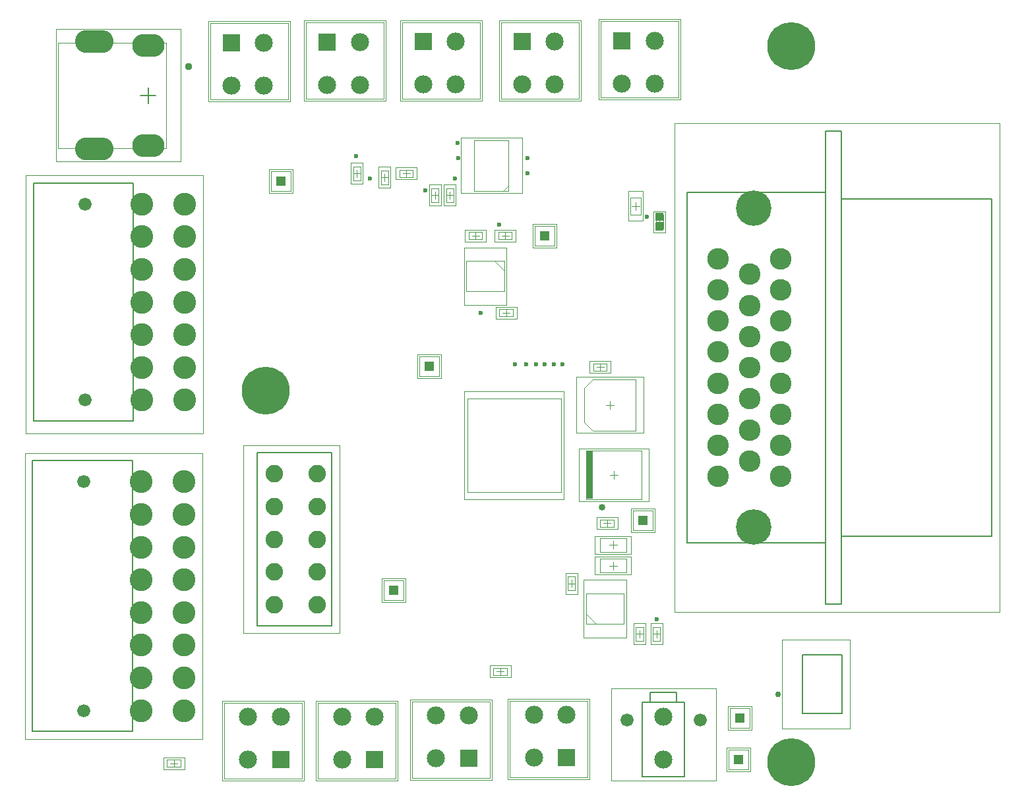
<source format=gbs>
G04*
G04 #@! TF.GenerationSoftware,Altium Limited,Altium Designer,21.0.9 (235)*
G04*
G04 Layer_Color=16711935*
%FSLAX25Y25*%
%MOIN*%
G70*
G04*
G04 #@! TF.SameCoordinates,FB9C7817-38CD-48DC-A3D4-53DF82CEFDAB*
G04*
G04*
G04 #@! TF.FilePolarity,Negative*
G04*
G01*
G75*
%ADD10C,0.00787*%
%ADD11C,0.00394*%
%ADD14R,0.03765X0.24488*%
%ADD15C,0.00197*%
%ADD44R,0.04331X0.03937*%
%ADD52C,0.09153*%
%ADD53R,0.09153X0.09153*%
%ADD54C,0.24213*%
%ADD55R,0.04921X0.04921*%
%ADD56C,0.06594*%
%ADD57C,0.11516*%
%ADD58C,0.10925*%
%ADD59C,0.17894*%
%ADD60C,0.08858*%
%ADD61O,0.16339X0.11614*%
%ADD62O,0.19488X0.11614*%
%ADD63C,0.02362*%
%ADD64C,0.02953*%
%ADD65C,0.03740*%
%ADD66C,0.03347*%
D10*
X294807Y45937D02*
Y50937D01*
X308193D01*
Y45937D02*
Y50937D01*
X294807Y45937D02*
X308193D01*
X290870Y8142D02*
Y45937D01*
Y8142D02*
X312130D01*
Y45937D01*
X290870D02*
X312130D01*
X371826Y40115D02*
Y70036D01*
X391708D01*
Y40115D02*
Y70036D01*
X371826Y40115D02*
X391708D01*
X33516Y188193D02*
Y308665D01*
X-16878Y188193D02*
X33516D01*
X-16878D02*
Y308665D01*
X33516D01*
X313504Y126673D02*
Y303839D01*
X383583D01*
Y126673D02*
Y303839D01*
X313504Y126673D02*
X383583D01*
Y95571D02*
Y126673D01*
Y95571D02*
X391457D01*
Y334941D01*
X383583D02*
X391457D01*
X383583Y303839D02*
Y334941D01*
X391457Y129823D02*
X467441D01*
Y300689D01*
X391457D02*
X467441D01*
X96025Y172130D02*
X133820D01*
Y84728D02*
Y172130D01*
X96025Y84728D02*
X133820D01*
X96025D02*
Y172130D01*
X-17421Y168127D02*
X32972D01*
X-17421Y31119D02*
Y168127D01*
Y31119D02*
X32972D01*
Y168127D01*
X37063Y353000D02*
X44937D01*
X41000Y349063D02*
Y356937D01*
D11*
X57445Y13130D02*
Y16870D01*
X50555Y13130D02*
Y16870D01*
Y13130D02*
X57445D01*
X50555Y16870D02*
X57445D01*
X215555Y59630D02*
Y63370D01*
X222445Y59630D02*
Y63370D01*
X215555D02*
X222445D01*
X215555Y59630D02*
X222445D01*
X263165Y8004D02*
Y46587D01*
X223795D02*
X263165D01*
X223795Y8004D02*
Y46587D01*
Y8004D02*
X263165D01*
X213665Y7658D02*
Y46240D01*
X174295D02*
X213665D01*
X174295Y7658D02*
Y46240D01*
Y7658D02*
X213665D01*
X166130Y7158D02*
Y45740D01*
X126760D02*
X166130D01*
X126760Y7158D02*
Y45740D01*
Y7158D02*
X166130D01*
X118665D02*
Y45740D01*
X79295D02*
X118665D01*
X79295Y7158D02*
Y45740D01*
Y7158D02*
X118665D01*
X290158Y292669D02*
Y301331D01*
X284842Y292669D02*
Y301331D01*
X290158D01*
X284842Y292669D02*
X290158D01*
X236500Y277000D02*
Y287000D01*
X246500D01*
Y277000D02*
Y287000D01*
X236500Y277000D02*
X246500D01*
X286000Y133000D02*
Y143000D01*
X296000D01*
Y133000D02*
Y143000D01*
X286000Y133000D02*
X296000D01*
X178000Y211000D02*
Y221000D01*
X188000D01*
Y211000D02*
Y221000D01*
X178000Y211000D02*
X188000D01*
X334500Y12000D02*
Y22000D01*
X344500D01*
Y12000D02*
Y22000D01*
X334500Y12000D02*
X344500D01*
X103000Y304500D02*
Y314500D01*
X113000D01*
Y304500D02*
Y314500D01*
X103000Y304500D02*
X113000D01*
X160000Y97500D02*
Y107500D01*
X170000D01*
Y97500D02*
Y107500D01*
X160000Y97500D02*
X170000D01*
X335000Y33000D02*
Y43000D01*
X345000D01*
Y33000D02*
Y43000D01*
X335000Y33000D02*
X345000D01*
X72335Y350913D02*
Y389496D01*
Y350913D02*
X111705D01*
Y389496D01*
X72335D02*
X111705D01*
X120835Y351260D02*
Y389843D01*
Y351260D02*
X160205D01*
Y389843D01*
X120835D02*
X160205D01*
X169335Y351413D02*
Y389996D01*
Y351413D02*
X208705D01*
Y389996D01*
X169335D02*
X208705D01*
X219335Y351413D02*
Y389996D01*
Y351413D02*
X258705D01*
Y389996D01*
X219335D02*
X258705D01*
X269870Y351913D02*
Y390496D01*
Y351913D02*
X309240D01*
Y390496D01*
X269870D02*
X309240D01*
X261445Y205025D02*
X265776Y209355D01*
X287429D01*
Y183371D02*
Y209355D01*
X265776Y183371D02*
X287429D01*
X261445Y187702D02*
X265776Y183371D01*
X261445Y187702D02*
Y205025D01*
X266055Y217370D02*
X272945D01*
X266055Y213630D02*
X272945D01*
X266055D02*
Y217370D01*
X272945Y213630D02*
Y217370D01*
X202378Y152378D02*
X249622D01*
Y199622D01*
X202378D02*
X249622D01*
X202378Y152378D02*
Y199622D01*
X50055Y326425D02*
Y379575D01*
X-4669D02*
X50055D01*
X-4669Y326425D02*
X50055D01*
X-4669D02*
Y379575D01*
X287567Y77055D02*
Y83945D01*
X291307Y77055D02*
Y83945D01*
X287567Y77055D02*
X291307D01*
X287567Y83945D02*
X291307D01*
X299870Y77055D02*
Y83945D01*
X296130Y77055D02*
Y83945D01*
X299870D01*
X296130Y77055D02*
X299870D01*
X253130Y102555D02*
Y109445D01*
X256870Y102555D02*
Y109445D01*
X253130Y102555D02*
X256870D01*
X253130Y109445D02*
X256870D01*
X282693Y121957D02*
Y129043D01*
X269307Y121957D02*
Y129043D01*
Y121957D02*
X282693D01*
X269307Y129043D02*
X282693D01*
Y111457D02*
Y118543D01*
X269307Y111457D02*
Y118543D01*
Y111457D02*
X282693D01*
X269307Y118543D02*
X282693D01*
X262291Y90512D02*
X267291Y85512D01*
X262291D02*
X281583D01*
Y100866D01*
X262291D02*
X281583D01*
X262291Y85512D02*
Y100866D01*
X269555Y138370D02*
X276445D01*
X269555Y134630D02*
X276445D01*
X269555D02*
Y138370D01*
X276445Y134630D02*
Y138370D01*
X301370Y285555D02*
Y292445D01*
X297630Y285555D02*
Y292445D01*
Y285555D02*
X301370D01*
X297630Y292445D02*
X301370D01*
X218055Y283870D02*
X224945D01*
X218055Y280130D02*
X224945D01*
X218055D02*
Y283870D01*
X224945Y280130D02*
Y283870D01*
X195370Y299055D02*
Y305945D01*
X191630Y299055D02*
Y305945D01*
X195370D01*
X191630Y299055D02*
X195370D01*
X187870D02*
Y305945D01*
X184130Y299055D02*
Y305945D01*
X187870D01*
X184130Y299055D02*
X187870D01*
X168055Y311630D02*
X174945D01*
X168055Y315370D02*
X174945D01*
Y311630D02*
Y315370D01*
X168055Y311630D02*
Y315370D01*
X218555Y244870D02*
X225445D01*
X218555Y241130D02*
X225445D01*
X218555D02*
Y244870D01*
X225445Y241130D02*
Y244870D01*
X216146Y269177D02*
X221146Y264177D01*
X201854Y269177D02*
X221146D01*
X201854Y253823D02*
Y269177D01*
Y253823D02*
X221146D01*
Y269177D01*
X220602Y304705D02*
X223161Y307264D01*
Y304705D02*
Y330295D01*
X205839D02*
X223161D01*
X205839Y304705D02*
Y330295D01*
Y304705D02*
X223161D01*
X203055Y283870D02*
X209945D01*
X203055Y280130D02*
X209945D01*
X203055D02*
Y283870D01*
X209945Y280130D02*
Y283870D01*
X162370Y308055D02*
Y314945D01*
X158630Y308055D02*
Y314945D01*
X162370D01*
X158630Y308055D02*
X162370D01*
X148370Y310055D02*
Y316945D01*
X144630Y310055D02*
Y316945D01*
X148370D01*
X144630Y310055D02*
X148370D01*
X262366Y173244D02*
X290358D01*
X262366Y148756D02*
X290358D01*
X262366D02*
Y173244D01*
X290358Y148756D02*
Y173244D01*
X52130Y15000D02*
X55870D01*
X54000Y13130D02*
Y16870D01*
X217130Y61500D02*
X220870D01*
X219000Y59630D02*
Y63370D01*
X285531Y297000D02*
X289469D01*
X287500Y295031D02*
Y298969D01*
X275024Y6173D02*
Y52905D01*
Y6173D02*
X327976D01*
Y52905D01*
X275024D02*
X327976D01*
X361346Y32635D02*
Y77517D01*
X395645D01*
Y32635D02*
Y77517D01*
X361346Y32635D02*
X395645D01*
X68902Y181894D02*
Y312602D01*
X-20815Y181894D02*
X68902D01*
X-20815D02*
Y312602D01*
X68902D01*
X307205Y91634D02*
Y338878D01*
X471378D01*
Y91634D02*
Y338878D01*
X307205Y91634D02*
X471378D01*
X272468Y196363D02*
X276406D01*
X274437Y194395D02*
Y198332D01*
X269500Y213630D02*
Y217370D01*
X267630Y215500D02*
X271370D01*
X89135Y176067D02*
X137758D01*
X89135Y80791D02*
Y176067D01*
Y80791D02*
X137758D01*
Y176067D01*
X-21358Y172064D02*
X68358D01*
X-21358Y27182D02*
Y172064D01*
Y27182D02*
X68358D01*
Y172064D01*
X287567Y80500D02*
X291307D01*
X289437Y78630D02*
Y82370D01*
X296130Y80500D02*
X299870D01*
X298000Y78630D02*
Y82370D01*
X253130Y106000D02*
X256870D01*
X255000Y104130D02*
Y107870D01*
X274031Y125500D02*
X277969D01*
X276000Y123531D02*
Y127469D01*
X274031Y115000D02*
X277969D01*
X276000Y113031D02*
Y116969D01*
X273000Y134630D02*
Y138370D01*
X271130Y136500D02*
X274870D01*
X297630Y289000D02*
X301370D01*
X299500Y287130D02*
Y290870D01*
X221500Y280130D02*
Y283870D01*
X219630Y282000D02*
X223370D01*
X191630Y302500D02*
X195370D01*
X193500Y300630D02*
Y304370D01*
X184130Y302500D02*
X187870D01*
X186000Y300630D02*
Y304370D01*
X171500Y311630D02*
Y315370D01*
X169630Y313500D02*
X173370D01*
X222000Y241130D02*
Y244870D01*
X220130Y243000D02*
X223870D01*
X206500Y280130D02*
Y283870D01*
X204630Y282000D02*
X208370D01*
X158630Y311500D02*
X162370D01*
X160500Y309630D02*
Y313370D01*
X144630Y313500D02*
X148370D01*
X146500Y311630D02*
Y315370D01*
X276362Y159031D02*
Y162969D01*
X274394Y161000D02*
X278331D01*
D14*
X264249D02*
D03*
D15*
X59315Y12047D02*
Y17953D01*
X48685Y12047D02*
Y17953D01*
Y12047D02*
X59315D01*
X48685Y17953D02*
X59315D01*
X213685Y58547D02*
Y64453D01*
X224315Y58547D02*
Y64453D01*
X213685D02*
X224315D01*
X213685Y58547D02*
X224315D01*
X264150Y7020D02*
Y47571D01*
X222811D02*
X264150D01*
X222811Y7020D02*
Y47571D01*
Y7020D02*
X264150D01*
X214650Y6673D02*
Y47224D01*
X173311D02*
X214650D01*
X173311Y6673D02*
Y47224D01*
Y6673D02*
X214650D01*
X167114Y6173D02*
Y46724D01*
X125776D02*
X167114D01*
X125776Y6173D02*
Y46724D01*
Y6173D02*
X167114D01*
X119650D02*
Y46724D01*
X78311D02*
X119650D01*
X78311Y6173D02*
Y46724D01*
Y6173D02*
X119650D01*
X291240Y289500D02*
Y304500D01*
X283760Y289500D02*
Y304500D01*
X291240D01*
X283760Y289500D02*
X291240D01*
X235516Y276016D02*
Y287984D01*
X247484D01*
Y276016D02*
Y287984D01*
X235516Y276016D02*
X247484D01*
X285016Y132016D02*
Y143984D01*
X296984D01*
Y132016D02*
Y143984D01*
X285016Y132016D02*
X296984D01*
X177016Y210016D02*
Y221984D01*
X188984D01*
Y210016D02*
Y221984D01*
X177016Y210016D02*
X188984D01*
X333516Y11016D02*
Y22984D01*
X345484D01*
Y11016D02*
Y22984D01*
X333516Y11016D02*
X345484D01*
X102016Y303516D02*
Y315484D01*
X113984D01*
Y303516D02*
Y315484D01*
X102016Y303516D02*
X113984D01*
X159016Y96516D02*
Y108484D01*
X170984D01*
Y96516D02*
Y108484D01*
X159016Y96516D02*
X170984D01*
X334016Y32016D02*
Y43984D01*
X345984D01*
Y32016D02*
Y43984D01*
X334016Y32016D02*
X345984D01*
X71350Y349929D02*
Y390480D01*
Y349929D02*
X112689D01*
Y390480D01*
X71350D02*
X112689D01*
X119850Y350276D02*
Y390827D01*
Y350276D02*
X161189D01*
Y390827D01*
X119850D02*
X161189D01*
X168350Y350429D02*
Y390980D01*
Y350429D02*
X209689D01*
Y390980D01*
X168350D02*
X209689D01*
X218350Y350429D02*
Y390980D01*
Y350429D02*
X259689D01*
Y390980D01*
X218350D02*
X259689D01*
X268886Y350929D02*
Y391480D01*
Y350929D02*
X310224D01*
Y391480D01*
X268886D02*
X310224D01*
X257508Y182190D02*
Y210537D01*
X291366Y182190D02*
Y210537D01*
X257508D02*
X291366D01*
X257508Y182190D02*
X291366D01*
X264185Y218453D02*
X274815D01*
X264185Y212547D02*
X274815D01*
X264185D02*
Y218453D01*
X274815Y212547D02*
Y218453D01*
X200803Y148736D02*
X251197D01*
Y203264D01*
X200803D02*
X251197D01*
X200803Y148736D02*
Y203264D01*
X-5457Y319535D02*
Y386465D01*
X57535D02*
X57535Y319535D01*
X-5457D02*
X57535D01*
X-5457Y386465D02*
X57535D01*
X286484Y75185D02*
Y85815D01*
X292390Y75185D02*
Y85815D01*
X286484Y75185D02*
X292390D01*
X286484Y85815D02*
X292390D01*
X300953Y75185D02*
Y85815D01*
X295047Y75185D02*
Y85815D01*
X300953D01*
X295047Y75185D02*
X300953D01*
X252047Y100685D02*
Y111315D01*
X257953Y100685D02*
Y111315D01*
X252047Y100685D02*
X257953D01*
X252047Y111315D02*
X257953D01*
X285252Y120972D02*
Y130028D01*
X266748Y120972D02*
Y130028D01*
Y120972D02*
X285252D01*
X266748Y130028D02*
X285252D01*
Y110472D02*
Y119528D01*
X266748Y110472D02*
Y119528D01*
Y110472D02*
X285252D01*
X266748Y119528D02*
X285252D01*
X261110Y78524D02*
X282764D01*
Y107854D01*
X261110D02*
X282764D01*
X261110Y78524D02*
Y107854D01*
X267685Y139453D02*
X278315D01*
X267685Y133547D02*
X278315D01*
X267685D02*
Y139453D01*
X278315Y133547D02*
Y139453D01*
X302453Y283685D02*
Y294315D01*
X296547Y283685D02*
Y294315D01*
Y283685D02*
X302453D01*
X296547Y294315D02*
X302453D01*
X216185Y284953D02*
X226815D01*
X216185Y279047D02*
X226815D01*
X216185D02*
Y284953D01*
X226815Y279047D02*
Y284953D01*
X196453Y297185D02*
Y307815D01*
X190547Y297185D02*
Y307815D01*
X196453D01*
X190547Y297185D02*
X196453D01*
X188953D02*
Y307815D01*
X183047Y297185D02*
Y307815D01*
X188953D01*
X183047Y297185D02*
X188953D01*
X166185Y310547D02*
X176815D01*
X166185Y316453D02*
X176815D01*
Y310547D02*
Y316453D01*
X166185Y310547D02*
Y316453D01*
X216685Y245953D02*
X227315D01*
X216685Y240047D02*
X227315D01*
X216685D02*
Y245953D01*
X227315Y240047D02*
Y245953D01*
X200870Y276067D02*
X222130D01*
X200870Y246933D02*
Y276067D01*
Y246933D02*
X222130D01*
Y276067D01*
X229953Y303524D02*
Y331476D01*
X199047D02*
X229953D01*
X199047Y303524D02*
Y331476D01*
Y303524D02*
X229953D01*
X201185Y284953D02*
X211815D01*
X201185Y279047D02*
X211815D01*
X201185D02*
Y284953D01*
X211815Y279047D02*
Y284953D01*
X163453Y306185D02*
Y316815D01*
X157547Y306185D02*
Y316815D01*
X163453D01*
X157547Y306185D02*
X163453D01*
X149453Y308185D02*
Y318815D01*
X143547Y308185D02*
Y318815D01*
X149453D01*
X143547Y308185D02*
X149453D01*
X258646Y174386D02*
X294079D01*
X258646Y147614D02*
X294079D01*
X258646D02*
Y174386D01*
X294079Y147614D02*
Y174386D01*
D44*
X299500Y286441D02*
D03*
Y291559D02*
D03*
D52*
X236000Y39500D02*
D03*
Y17846D02*
D03*
X252535Y39500D02*
D03*
X186500Y39154D02*
D03*
Y17500D02*
D03*
X203035Y39154D02*
D03*
X138965Y38653D02*
D03*
Y17000D02*
D03*
X155500Y38653D02*
D03*
X91500D02*
D03*
Y17000D02*
D03*
X108035Y38653D02*
D03*
X301500D02*
D03*
Y17000D02*
D03*
X99500Y358000D02*
D03*
Y379654D02*
D03*
X82965Y358000D02*
D03*
X148000Y358347D02*
D03*
Y380000D02*
D03*
X131465Y358347D02*
D03*
X196500Y358500D02*
D03*
Y380153D02*
D03*
X179965Y358500D02*
D03*
X246500D02*
D03*
Y380153D02*
D03*
X229965Y358500D02*
D03*
X297035Y359000D02*
D03*
Y380654D02*
D03*
X280500Y359000D02*
D03*
D53*
X252535Y17846D02*
D03*
X203035Y17500D02*
D03*
X155500Y17000D02*
D03*
X108035D02*
D03*
X82965Y379654D02*
D03*
X131465Y380000D02*
D03*
X179965Y380153D02*
D03*
X229965D02*
D03*
X280500Y380654D02*
D03*
D54*
X100500Y203500D02*
D03*
X366142Y15748D02*
D03*
Y377953D02*
D03*
D55*
X241500Y282000D02*
D03*
X291000Y138000D02*
D03*
X183000Y216000D02*
D03*
X339500Y17000D02*
D03*
X108000Y309500D02*
D03*
X165000Y102500D02*
D03*
X340000Y38000D02*
D03*
D56*
X320004Y36843D02*
D03*
X282996D02*
D03*
X9106Y198823D02*
D03*
Y298035D02*
D03*
X8563Y41749D02*
D03*
Y157497D02*
D03*
D57*
X37846Y198823D02*
D03*
Y215358D02*
D03*
Y231894D02*
D03*
Y248429D02*
D03*
Y264965D02*
D03*
Y281500D02*
D03*
Y298035D02*
D03*
X59500Y198823D02*
D03*
Y215358D02*
D03*
Y231894D02*
D03*
Y248429D02*
D03*
Y264965D02*
D03*
Y281500D02*
D03*
Y298035D02*
D03*
X58957Y157497D02*
D03*
Y140961D02*
D03*
Y124426D02*
D03*
Y107890D02*
D03*
Y91355D02*
D03*
Y74819D02*
D03*
Y58284D02*
D03*
Y41749D02*
D03*
X37303Y157497D02*
D03*
Y140961D02*
D03*
Y124426D02*
D03*
Y107890D02*
D03*
Y91355D02*
D03*
Y74819D02*
D03*
Y58284D02*
D03*
Y41749D02*
D03*
D58*
X329252Y160138D02*
D03*
Y175886D02*
D03*
Y191634D02*
D03*
Y207382D02*
D03*
Y223130D02*
D03*
Y238878D02*
D03*
Y254626D02*
D03*
Y270374D02*
D03*
X345000Y168012D02*
D03*
Y183760D02*
D03*
Y199508D02*
D03*
Y215256D02*
D03*
Y231004D02*
D03*
Y246752D02*
D03*
Y262500D02*
D03*
X360748Y160138D02*
D03*
Y175886D02*
D03*
Y191634D02*
D03*
Y207382D02*
D03*
Y223130D02*
D03*
Y238878D02*
D03*
Y254626D02*
D03*
Y270374D02*
D03*
D59*
X346969Y134547D02*
D03*
Y295965D02*
D03*
D60*
X126537Y161500D02*
D03*
Y144965D02*
D03*
Y128429D02*
D03*
Y111894D02*
D03*
Y95358D02*
D03*
X104884Y161500D02*
D03*
Y144965D02*
D03*
Y128429D02*
D03*
Y111894D02*
D03*
Y95358D02*
D03*
D61*
X41000Y378394D02*
D03*
Y327606D02*
D03*
D62*
X13795Y380165D02*
D03*
Y325835D02*
D03*
D63*
X146074Y322426D02*
D03*
X195969Y310961D02*
D03*
X153061Y310939D02*
D03*
X232000Y217000D02*
D03*
X226500D02*
D03*
X250500D02*
D03*
X246000D02*
D03*
X241500D02*
D03*
X237000D02*
D03*
X298000Y88000D02*
D03*
X209000Y243000D02*
D03*
X232663Y313663D02*
D03*
X181000Y305000D02*
D03*
X218500Y287500D02*
D03*
X293000Y291500D02*
D03*
X197661Y321339D02*
D03*
X232663Y321337D02*
D03*
X197500Y329000D02*
D03*
D64*
X359293Y50106D02*
D03*
D65*
X61500Y367500D02*
D03*
D66*
X270342Y144443D02*
D03*
M02*

</source>
